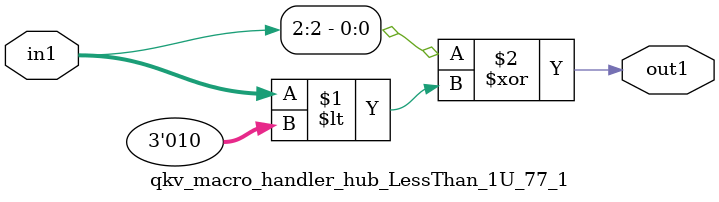
<source format=v>

`timescale 1ps / 1ps


module qkv_macro_handler_hub_LessThan_1U_77_1( in1, out1 );

    input [2:0] in1;
    output out1;

    
    // rtl_process:qkv_macro_handler_hub_LessThan_1U_68_1/qkv_macro_handler_hub_LessThan_1U_68_1_thread_1
    assign out1 = (in1[2] ^ in1 < 3'd2);

endmodule





</source>
